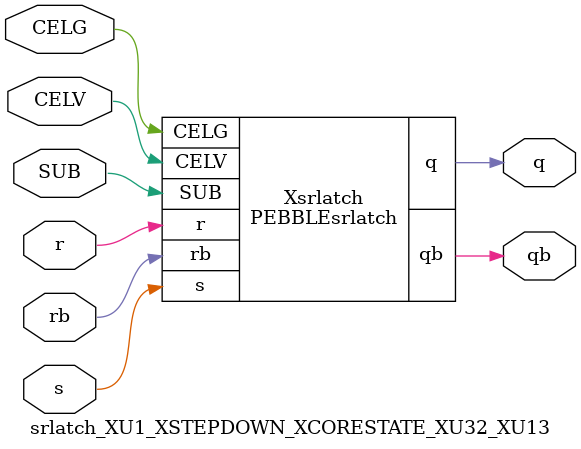
<source format=v>



module PEBBLEsrlatch ( q, qb, CELG, CELV, SUB, r, rb, s );

  input CELV;
  input s;
  output q;
  input rb;
  input r;
  input SUB;
  input CELG;
  output qb;
endmodule

//Celera Confidential Do Not Copy srlatch_XU1_XSTEPDOWN_XCORESTATE_XU32_XU13
//Celera Confidential Symbol Generator
//SR Latch
module srlatch_XU1_XSTEPDOWN_XCORESTATE_XU32_XU13 (CELV,CELG,s,r,rb,q,qb,SUB);
input CELV;
input CELG;
input s;
input r;
input rb;
input SUB;
output q;
output qb;

//Celera Confidential Do Not Copy srlatch
PEBBLEsrlatch Xsrlatch(
.CELV (CELV),
.r (r),
.s (s),
.q (q),
.qb (qb),
.rb (rb),
.SUB (SUB),
.CELG (CELG)
);
//,diesize,PEBBLEsrlatch

//Celera Confidential Do Not Copy Module End
//Celera Schematic Generator
endmodule

</source>
